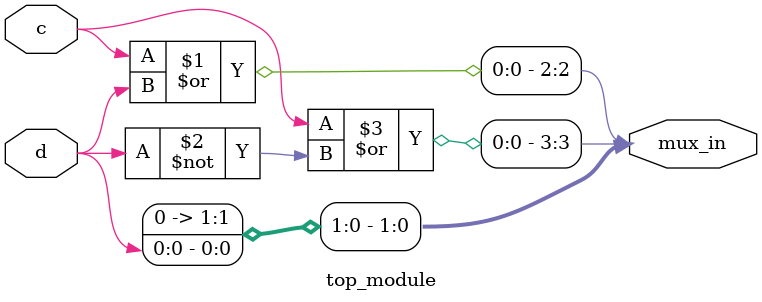
<source format=sv>
module top_module (
    input c,
    input d,
    output [3:0] mux_in
);

    // Define mux inputs based on the Karnaugh map
    assign mux_in[0] = d;             // ab = 00: (c,d) = 00 -> 0, 01 -> 1, 10 -> 1, 11 -> 1
    assign mux_in[1] = 1'b0;          // ab = 01: always 0
    assign mux_in[2] = c | d;         // ab = 11: (c,d) = 00 -> 0, 01 -> 0, 10 -> 0, 11 -> 1
    assign mux_in[3] = c | ~d;        // ab = 10: (c,d) = 00 -> 1, 01 -> 0, 10 -> 1, 11 -> 1

endmodule

</source>
